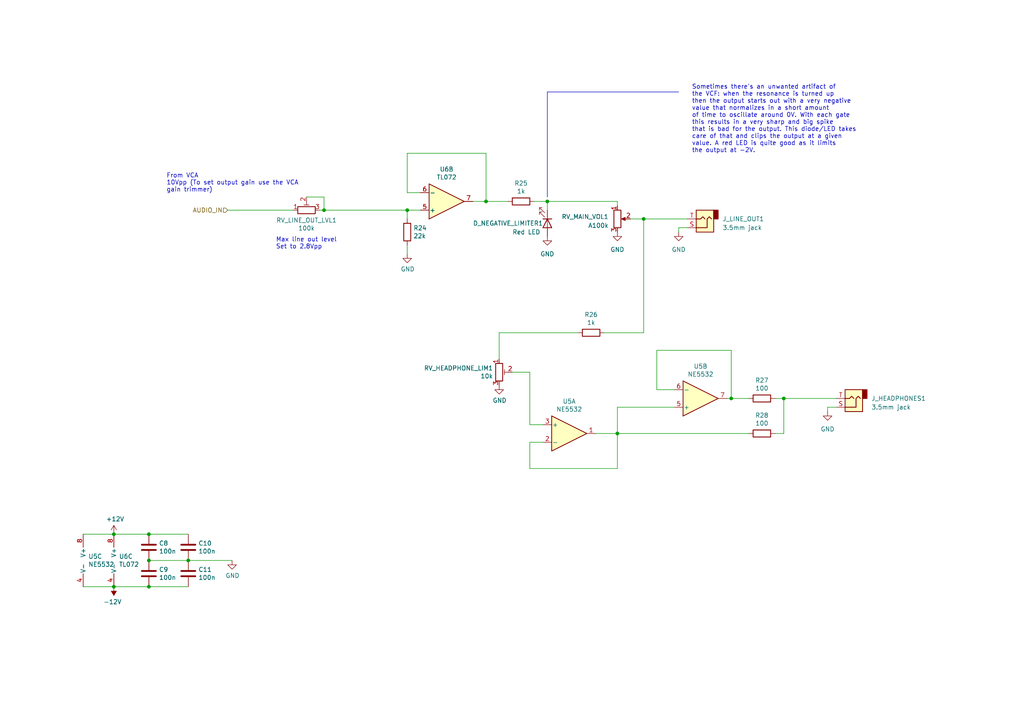
<source format=kicad_sch>
(kicad_sch (version 20230121) (generator eeschema)
  (paper "A4")
  (lib_symbols
    (symbol "Amplifier_Operational:NE5532" (pin_names (offset 0.127))
      (property "Reference" "U" (at 0 5.08 0))
      (property "Value" "NE5532" (at 0 -5.08 0))
      (symbol "NE5532_1_1"
        (polyline (pts (xy -5.08 5.08) (xy 5.08 0) (xy -5.08 -5.08) (xy -5.08 5.08)) (stroke (width 0.254)) (fill (type background)))
        (pin output line (at 7.62 0 180) (length 2.54) (name "~") (number "1"))
        (pin input line (at -7.62 -2.54 0) (length 2.54) (name "-") (number "2"))
        (pin input line (at -7.62 2.54 0) (length 2.54) (name "+") (number "3"))
      )
      (symbol "NE5532_2_1"
        (polyline (pts (xy -5.08 5.08) (xy 5.08 0) (xy -5.08 -5.08) (xy -5.08 5.08)) (stroke (width 0.254)) (fill (type background)))
        (pin input line (at -7.62 2.54 0) (length 2.54) (name "+") (number "5"))
        (pin input line (at -7.62 -2.54 0) (length 2.54) (name "-") (number "6"))
        (pin output line (at 7.62 0 180) (length 2.54) (name "~") (number "7"))
      )
      (symbol "NE5532_3_1"
        (pin power_in line (at -2.54 -7.62 90) (length 3.81) (name "V-") (number "4"))
        (pin power_in line (at -2.54 7.62 270) (length 3.81) (name "V+") (number "8"))
      )
    )
    (symbol "Amplifier_Operational:TL072" (pin_names (offset 0.127))
      (property "Reference" "U" (at 0 5.08 0))
      (property "Value" "TL072" (at 0 -5.08 0))
      (symbol "TL072_1_1"
        (polyline (pts (xy -5.08 5.08) (xy 5.08 0) (xy -5.08 -5.08) (xy -5.08 5.08)) (stroke (width 0.254)) (fill (type background)))
        (pin output line (at 7.62 0 180) (length 2.54) (name "~") (number "1"))
        (pin input line (at -7.62 -2.54 0) (length 2.54) (name "-") (number "2"))
        (pin input line (at -7.62 2.54 0) (length 2.54) (name "+") (number "3"))
      )
      (symbol "TL072_2_1"
        (polyline (pts (xy -5.08 5.08) (xy 5.08 0) (xy -5.08 -5.08) (xy -5.08 5.08)) (stroke (width 0.254)) (fill (type background)))
        (pin input line (at -7.62 2.54 0) (length 2.54) (name "+") (number "5"))
        (pin input line (at -7.62 -2.54 0) (length 2.54) (name "-") (number "6"))
        (pin output line (at 7.62 0 180) (length 2.54) (name "~") (number "7"))
      )
      (symbol "TL072_3_1"
        (pin power_in line (at -2.54 -7.62 90) (length 3.81) (name "V-") (number "4"))
        (pin power_in line (at -2.54 7.62 270) (length 3.81) (name "V+") (number "8"))
      )
    )
    (symbol "Connector_Audio:AudioJack2"
      (property "Reference" "J" (at 0 8.89 0))
      (property "Value" "AudioJack2" (at 0 6.35 0))
      (symbol "AudioJack2_0_1"
        (rectangle (start -3.81 0) (end -2.54 -2.54) (stroke (width 0.254)) (fill (type outline)))
        (rectangle (start -2.54 3.81) (end 2.54 -2.54) (stroke (width 0.254)) (fill (type background)))
        (polyline (pts (xy 0 0) (xy 0.635 -0.635) (xy 1.27 0) (xy 2.54 0)) (stroke (width 0.254)))
        (polyline (pts (xy 2.54 2.54) (xy -0.635 2.54) (xy -0.635 0) (xy -1.27 -0.635) (xy -1.905 0)) (stroke (width 0.254)))
      )
      (symbol "AudioJack2_1_1"
        (pin passive line (at 5.08 2.54 180) (length 2.54) (name "~") (number "S"))
        (pin passive line (at 5.08 0 180) (length 2.54) (name "~") (number "T"))
      )
    )
    (symbol "Device:C" (pin_numbers hide) (pin_names (offset 0.254))
      (property "Reference" "C" (at 0.635 2.54 0))
      (property "Value" "C" (at 0.635 -2.54 0))
      (symbol "C_0_1"
        (polyline (pts (xy -2.032 -0.762) (xy 2.032 -0.762)) (stroke (width 0.508)))
        (polyline (pts (xy -2.032 0.762) (xy 2.032 0.762)) (stroke (width 0.508)))
      )
      (symbol "C_1_1"
        (pin passive line (at 0 3.81 270) (length 2.794) (name "~") (number "1"))
        (pin passive line (at 0 -3.81 90) (length 2.794) (name "~") (number "2"))
      )
    )
    (symbol "Device:LED" (pin_numbers hide) (pin_names (offset 1.016) hide)
      (property "Reference" "D" (at 0 2.54 0))
      (property "Value" "LED" (at 0 -2.54 0))
      (symbol "LED_0_1"
        (polyline (pts (xy -1.27 -1.27) (xy -1.27 1.27)) (stroke (width 0.254)))
        (polyline (pts (xy -1.27 0) (xy 1.27 0)))
        (polyline (pts (xy 1.27 -1.27) (xy 1.27 1.27) (xy -1.27 0) (xy 1.27 -1.27)) (stroke (width 0.254)))
        (polyline (pts (xy -3.048 -0.762) (xy -4.572 -2.286) (xy -3.81 -2.286) (xy -4.572 -2.286) (xy -4.572 -1.524)))
        (polyline (pts (xy -1.778 -0.762) (xy -3.302 -2.286) (xy -2.54 -2.286) (xy -3.302 -2.286) (xy -3.302 -1.524)))
      )
      (symbol "LED_1_1"
        (pin passive line (at -3.81 0 0) (length 2.54) (name "K") (number "1"))
        (pin passive line (at 3.81 0 180) (length 2.54) (name "A") (number "2"))
      )
    )
    (symbol "Device:R" (pin_numbers hide) (pin_names (offset 0))
      (property "Reference" "R" (at 2.032 0 90))
      (property "Value" "R" (at 0 0 90))
      (symbol "R_0_1"
        (rectangle (start -1.016 -2.54) (end 1.016 2.54) (stroke (width 0.254)))
      )
      (symbol "R_1_1"
        (pin passive line (at 0 3.81 270) (length 1.27) (name "~") (number "1"))
        (pin passive line (at 0 -3.81 90) (length 1.27) (name "~") (number "2"))
      )
    )
    (symbol "Device:R_Potentiometer" (pin_names (offset 1.016) hide)
      (property "Reference" "RV" (at -4.445 0 90))
      (property "Value" "R_Potentiometer" (at -2.54 0 90))
      (symbol "R_Potentiometer_0_1"
        (polyline (pts (xy 2.54 0) (xy 1.524 0)))
        (polyline (pts (xy 1.143 0) (xy 2.286 0.508) (xy 2.286 -0.508) (xy 1.143 0)) (fill (type outline)))
        (rectangle (start 1.016 2.54) (end -1.016 -2.54) (stroke (width 0.254)))
      )
      (symbol "R_Potentiometer_1_1"
        (pin passive line (at 0 3.81 270) (length 1.27) (name "1") (number "1"))
        (pin passive line (at 3.81 0 180) (length 1.27) (name "2") (number "2"))
        (pin passive line (at 0 -3.81 90) (length 1.27) (name "3") (number "3"))
      )
    )
    (symbol "Device:R_Potentiometer_Trim" (pin_names (offset 1.016) hide)
      (property "Reference" "RV" (at -4.445 0 90))
      (property "Value" "R_Potentiometer_Trim" (at -2.54 0 90))
      (symbol "R_Potentiometer_Trim_0_1"
        (polyline (pts (xy 1.524 0.762) (xy 1.524 -0.762)))
        (polyline (pts (xy 2.54 0) (xy 1.524 0)))
        (rectangle (start 1.016 2.54) (end -1.016 -2.54) (stroke (width 0.254)))
      )
      (symbol "R_Potentiometer_Trim_1_1"
        (pin passive line (at 0 3.81 270) (length 1.27) (name "1") (number "1"))
        (pin passive line (at 3.81 0 180) (length 1.27) (name "2") (number "2"))
        (pin passive line (at 0 -3.81 90) (length 1.27) (name "3") (number "3"))
      )
    )
    (symbol "GND_1" (power) (pin_names (offset 0))
      (property "Value" "GND_1" (at 0 -3.81 0))
      (symbol "GND_1_0_1"
        (polyline (pts (xy 0 0) (xy 0 -1.27) (xy 1.27 -1.27) (xy 0 -2.54) (xy -1.27 -1.27) (xy 0 -1.27)))
      )
      (symbol "GND_1_1_1"
        (pin power_in line (at 0 0 270) (length 0) hide (name "GND") (number "1"))
      )
    )
    (symbol "GND_2" (power) (pin_names (offset 0))
      (property "Value" "GND_2" (at 0 -3.81 0))
      (symbol "GND_2_0_1"
        (polyline (pts (xy 0 0) (xy 0 -1.27) (xy 1.27 -1.27) (xy 0 -2.54) (xy -1.27 -1.27) (xy 0 -1.27)))
      )
      (symbol "GND_2_1_1"
        (pin power_in line (at 0 0 270) (length 0) hide (name "GND") (number "1"))
      )
    )
    (symbol "power:+12V" (power) (pin_names (offset 0))
      (property "Value" "+12V" (at 0 3.556 0))
      (symbol "+12V_0_1"
        (polyline (pts (xy -0.762 1.27) (xy 0 2.54)))
        (polyline (pts (xy 0 0) (xy 0 2.54)))
        (polyline (pts (xy 0 2.54) (xy 0.762 1.27)))
      )
      (symbol "+12V_1_1"
        (pin power_in line (at 0 0 90) (length 0) hide (name "+12V") (number "1"))
      )
    )
    (symbol "power:-12V" (power) (pin_names (offset 0))
      (property "Value" "-12V" (at 0 3.81 0))
      (symbol "-12V_0_0"
        (pin power_in line (at 0 0 90) (length 0) hide (name "-12V") (number "1"))
      )
      (symbol "-12V_0_1"
        (polyline (pts (xy 0 0) (xy 0 1.27) (xy 0.762 1.27) (xy 0 2.54) (xy -0.762 1.27) (xy 0 1.27)) (fill (type outline)))
      )
    )
    (symbol "power:GND" (power) (pin_names (offset 0))
      (property "Value" "GND" (at 0 -3.81 0))
      (symbol "GND_0_1"
        (polyline (pts (xy 0 0) (xy 0 -1.27) (xy 1.27 -1.27) (xy 0 -2.54) (xy -1.27 -1.27) (xy 0 -1.27)))
      )
      (symbol "GND_1_1"
        (pin power_in line (at 0 0 270) (length 0) hide (name "GND") (number "1"))
      )
    )
  )
  (junction (at 140.97 58.42))
  (junction (at 43.18 162.56))
  (junction (at 227.33 115.57))
  (junction (at 158.75 58.42))
  (junction (at 212.09 115.57))
  (junction (at 43.18 170.18))
  (junction (at 33.02 170.18))
  (junction (at 43.18 154.94))
  (junction (at 54.61 162.56))
  (junction (at 33.02 154.94))
  (junction (at 179.07 125.73))
  (junction (at 186.69 63.5))
  (junction (at 93.98 60.96))
  (junction (at 118.11 60.96))
  (wire (pts (xy 212.09 101.6) (xy 212.09 115.57)))
  (wire (pts (xy 137.16 58.42) (xy 140.97 58.42)))
  (wire (pts (xy 190.5 101.6) (xy 212.09 101.6)))
  (wire (pts (xy 153.67 128.27) (xy 153.67 135.89)))
  (wire (pts (xy 43.18 170.18) (xy 33.02 170.18)))
  (wire (pts (xy 227.33 115.57) (xy 242.57 115.57)))
  (wire (pts (xy 227.33 115.57) (xy 227.33 125.73)))
  (wire (pts (xy 186.69 63.5) (xy 199.39 63.5)))
  (wire (pts (xy 182.88 63.5) (xy 186.69 63.5)))
  (wire (pts (xy 217.17 125.73) (xy 179.07 125.73)))
  (wire (pts (xy 224.79 125.73) (xy 227.33 125.73)))
  (wire (pts (xy 158.75 58.42) (xy 179.07 58.42)))
  (wire (pts (xy 118.11 44.45) (xy 140.97 44.45)))
  (wire (pts (xy 93.98 57.15) (xy 93.98 60.96)))
  (wire (pts (xy 144.78 96.52) (xy 144.78 104.14)))
  (wire (pts (xy 153.67 107.95) (xy 153.67 123.19)))
  (wire (pts (xy 121.92 60.96) (xy 118.11 60.96)))
  (wire (pts (xy 157.48 123.19) (xy 153.67 123.19)))
  (wire (pts (xy 157.48 128.27) (xy 153.67 128.27)))
  (polyline (pts (xy 196.85 26.67) (xy 158.75 26.67)))
  (wire (pts (xy 140.97 44.45) (xy 140.97 58.42)))
  (wire (pts (xy 118.11 60.96) (xy 118.11 63.5)))
  (wire (pts (xy 224.79 115.57) (xy 227.33 115.57)))
  (wire (pts (xy 92.71 60.96) (xy 93.98 60.96)))
  (wire (pts (xy 179.07 118.11) (xy 179.07 125.73)))
  (wire (pts (xy 148.59 107.95) (xy 153.67 107.95)))
  (wire (pts (xy 153.67 135.89) (xy 179.07 135.89)))
  (polyline (pts (xy 158.75 26.67) (xy 158.75 57.15)))
  (wire (pts (xy 54.61 154.94) (xy 43.18 154.94)))
  (wire (pts (xy 33.02 154.94) (xy 24.13 154.94)))
  (wire (pts (xy 66.04 60.96) (xy 85.09 60.96)))
  (wire (pts (xy 186.69 63.5) (xy 186.69 96.52)))
  (wire (pts (xy 54.61 162.56) (xy 43.18 162.56)))
  (wire (pts (xy 217.17 115.57) (xy 212.09 115.57)))
  (wire (pts (xy 158.75 58.42) (xy 154.94 58.42)))
  (wire (pts (xy 118.11 55.88) (xy 121.92 55.88)))
  (wire (pts (xy 24.13 170.18) (xy 33.02 170.18)))
  (wire (pts (xy 88.9 57.15) (xy 93.98 57.15)))
  (wire (pts (xy 93.98 60.96) (xy 118.11 60.96)))
  (wire (pts (xy 43.18 154.94) (xy 33.02 154.94)))
  (wire (pts (xy 240.03 118.11) (xy 240.03 119.38)))
  (wire (pts (xy 144.78 96.52) (xy 167.64 96.52)))
  (wire (pts (xy 212.09 115.57) (xy 210.82 115.57)))
  (wire (pts (xy 54.61 162.56) (xy 67.31 162.56)))
  (wire (pts (xy 179.07 125.73) (xy 172.72 125.73)))
  (wire (pts (xy 118.11 55.88) (xy 118.11 44.45)))
  (wire (pts (xy 179.07 58.42) (xy 179.07 59.69)))
  (wire (pts (xy 190.5 113.03) (xy 190.5 101.6)))
  (wire (pts (xy 158.75 58.42) (xy 158.75 60.96)))
  (wire (pts (xy 43.18 170.18) (xy 54.61 170.18)))
  (wire (pts (xy 195.58 118.11) (xy 179.07 118.11)))
  (wire (pts (xy 242.57 118.11) (xy 240.03 118.11)))
  (wire (pts (xy 199.39 66.04) (xy 196.85 66.04)))
  (wire (pts (xy 175.26 96.52) (xy 186.69 96.52)))
  (wire (pts (xy 196.85 66.04) (xy 196.85 67.31)))
  (wire (pts (xy 195.58 113.03) (xy 190.5 113.03)))
  (wire (pts (xy 118.11 71.12) (xy 118.11 73.66)))
  (wire (pts (xy 179.07 135.89) (xy 179.07 125.73)))
  (wire (pts (xy 147.32 58.42) (xy 140.97 58.42)))
  (text "Sometimes there's an unwanted artifact of \nthe VCF: when the resonance is turned up\nthen the output starts out with a very negative\nvalue that normalizes in a short amount\nof time to oscillate around 0V. With each gate\nthis results in a very sharp and big spike\nthat is bad for the output. This diode/LED takes\ncare of that and clips the output at a given \nvalue. A red LED is quite good as it limits\nthe output at -2V." (at 200.66 44.45 0) (effects (font (size 1.27 1.27)) (justify left bottom)))
  (text "Max line out level\nSet to 2.8Vpp" (at 80.01 72.39 0) (effects (font (size 1.27 1.27)) (justify left bottom)))
  (text "From VCA\n10Vpp (To set output gain use the VCA \ngain trimmer)" (at 48.26 55.88 0) (effects (font (size 1.27 1.27)) (justify left bottom)))
  (hierarchical_label "AUDIO_IN" (shape input) (at 66.04 60.96 180))
  (symbol (lib_id "Device:R") (at 151.13 58.42 270) (unit 1)
    (property "Reference" "R25" (at 151.13 53.1622 90))
    (property "Value" "1k" (at 151.13 55.4736 90))
    (property "Footprint" "Shmoergh_Custom_Footprints:R_Axial_DIN0207_L6.3mm_D2.5mm_P7.62mm_Horizontal" (effects hide))
    (instances (project "shmoergh-funk-live-control" (path "" (reference "R25") (unit 1))) (project "hog-f1-control" (path "" (reference "R?") (unit 1))))
  )
  (symbol (lib_id "Amplifier_Operational:TL072") (at 35.56 162.56 0) (unit 3)
    (property "Reference" "U6" (at 34.4932 161.3916 0) (effects (justify left)))
    (property "Value" "TL072" (at 34.4932 163.703 0) (effects (justify left)))
    (property "Footprint" "Package_DIP:DIP-8_W7.62mm" (effects hide))
    (property "Datasheet" "http://www.ti.com/lit/ds/symlink/tl071.pdf" (effects hide))
    (instances (project "shmoergh-funk-live-control" (path "" (reference "U6") (unit 3))) (project "hog-f1-control" (path "" (reference "U?") (unit 3))))
  )
  (symbol (lib_id "Device:R") (at 118.11 67.31 0) (unit 1)
    (property "Reference" "R24" (at 119.888 66.1416 0) (effects (justify left)))
    (property "Value" "22k" (at 119.888 68.453 0) (effects (justify left)))
    (property "Footprint" "Shmoergh_Custom_Footprints:R_Axial_DIN0207_L6.3mm_D2.5mm_P7.62mm_Horizontal" (effects hide))
    (instances (project "shmoergh-funk-live-control" (path "" (reference "R24") (unit 1))) (project "hog-f1-control" (path "" (reference "R?") (unit 1))))
  )
  (symbol (lib_id "Connector_Audio:AudioJack2") (at 204.47 63.5 180) (unit 1)
    (property "Reference" "J_LINE_OUT1" (at 209.55 63.5 0) (effects (justify right)))
    (property "Value" "3.5mm jack" (at 209.55 66.04 0) (effects (justify right)))
    (property "Footprint" "Shmoergh_Custom_Footprints:NSL25_01x02_Vertical-AudioJack-TS" (effects hide))
  )
  (symbol (lib_id "Device:R") (at 220.98 115.57 270) (unit 1)
    (property "Reference" "R27" (at 220.98 110.3122 90))
    (property "Value" "100" (at 220.98 112.6236 90))
    (property "Footprint" "Shmoergh_Custom_Footprints:R_Axial_DIN0207_L6.3mm_D2.5mm_P7.62mm_Horizontal" (effects hide))
    (instances (project "shmoergh-funk-live-control" (path "" (reference "R27") (unit 1))) (project "hog-f1-control" (path "" (reference "R?") (unit 1))))
  )
  (symbol (lib_id "Amplifier_Operational:NE5532") (at 203.2 115.57 0) (mirror x) (unit 2)
    (property "Reference" "U5" (at 203.2 106.2482 0))
    (property "Value" "NE5532" (at 203.2 108.5596 0))
    (property "Footprint" "Package_DIP:DIP-8_W7.62mm" (effects hide))
    (property "Datasheet" "http://www.ti.com/lit/ds/symlink/ne5532.pdf" (effects hide))
    (instances (project "shmoergh-funk-live-control" (path "" (reference "U5") (unit 2))) (project "hog-f1-control" (path "" (reference "U?") (unit 2))))
  )
  (symbol (lib_id "Device:R_Potentiometer") (at 179.07 63.5 0) (unit 1)
    (property "Reference" "RV_MAIN_VOL1" (at 176.53 62.865 0) (effects (justify right)))
    (property "Value" "A100k" (at 176.53 65.405 0) (effects (justify right)))
    (property "Footprint" "Shmoergh_Custom_Footprints:NSL25_01x03_Vertical" (effects hide))
  )
  (symbol (lib_id "Device:R") (at 220.98 125.73 270) (unit 1)
    (property "Reference" "R28" (at 220.98 120.4722 90))
    (property "Value" "100" (at 220.98 122.7836 90))
    (property "Footprint" "Shmoergh_Custom_Footprints:R_Axial_DIN0207_L6.3mm_D2.5mm_P7.62mm_Horizontal" (effects hide))
    (instances (project "shmoergh-funk-live-control" (path "" (reference "R28") (unit 1))) (project "hog-f1-control" (path "" (reference "R?") (unit 1))))
  )
  (symbol (lib_id "Connector_Audio:AudioJack2") (at 247.65 115.57 180) (unit 1)
    (property "Reference" "J_HEADPHONES1" (at 252.73 115.57 0) (effects (justify right)))
    (property "Value" "3.5mm jack" (at 252.73 118.11 0) (effects (justify right)))
    (property "Footprint" "Shmoergh_Custom_Footprints:NSL25_01x02_Vertical-AudioJack-TS" (effects hide))
  )
  (symbol (lib_name "GND_1") (lib_id "power:GND") (at 240.03 119.38 0) (unit 1)
    (property "Reference" "#PWR032" (effects hide))
    (property "Value" "GND" (at 240.03 124.46 0))
  )
  (symbol (lib_id "power:GND") (at 158.75 68.58 0) (unit 1)
    (property "Reference" "#PWR029" (effects hide))
    (property "Value" "GND" (at 158.75 73.66 0))
    (instances (project "shmoergh-funk-live-control" (path "" (reference "#PWR029") (unit 1))) (project "hog-f1-control" (path "" (reference "#PWR?") (unit 1))))
  )
  (symbol (lib_id "Device:C") (at 54.61 166.37 0) (unit 1)
    (property "Reference" "C11" (at 57.531 165.2016 0) (effects (justify left)))
    (property "Value" "100n" (at 57.531 167.513 0) (effects (justify left)))
    (property "Footprint" "Capacitor_THT:C_Disc_D3.0mm_W2.0mm_P2.50mm" (effects hide))
    (instances (project "shmoergh-funk-live-control" (path "" (reference "C11") (unit 1))) (project "hog-f1-control" (path "" (reference "C?") (unit 1))))
  )
  (symbol (lib_id "Device:R_Potentiometer_Trim") (at 88.9 60.96 90) (unit 1)
    (property "Reference" "RV_LINE_OUT_LVL1" (at 88.9 63.881 90))
    (property "Value" "100k" (at 88.9 66.1924 90))
    (property "Footprint" "Potentiometer_THT:Potentiometer_Runtron_RM-065_Vertical" (effects hide))
    (instances (project "shmoergh-funk-live-control" (path "" (reference "RV_LINE_OUT_LVL1") (unit 1))) (project "hog-f1-control" (path "" (reference "RV_LINE_OUT_LVL?") (unit 1))))
  )
  (symbol (lib_id "Device:LED") (at 158.75 64.77 270) (unit 1)
    (property "Reference" "D_NEGATIVE_LIMITER1" (at 137.16 64.77 90) (effects (justify left)))
    (property "Value" "Red LED" (at 148.59 67.31 90) (effects (justify left)))
    (property "Footprint" "LED_THT:LED_D5.0mm" (effects hide))
    (instances (project "shmoergh-funk-live-control" (path "" (reference "D_NEGATIVE_LIMITER1") (unit 1))) (project "hog-f1-control" (path "" (reference "D_NEGATIVE_LIMITER?") (unit 1))))
  )
  (symbol (lib_id "Device:R") (at 171.45 96.52 270) (unit 1)
    (property "Reference" "R26" (at 171.45 91.2622 90))
    (property "Value" "1k" (at 171.45 93.5736 90))
    (property "Footprint" "Shmoergh_Custom_Footprints:R_Axial_DIN0207_L6.3mm_D2.5mm_P7.62mm_Horizontal" (effects hide))
    (instances (project "shmoergh-funk-live-control" (path "" (reference "R26") (unit 1))) (project "hog-f1-control" (path "" (reference "R?") (unit 1))))
  )
  (symbol (lib_id "Device:C") (at 43.18 166.37 0) (unit 1)
    (property "Reference" "C9" (at 46.101 165.2016 0) (effects (justify left)))
    (property "Value" "100n" (at 46.101 167.513 0) (effects (justify left)))
    (property "Footprint" "Capacitor_THT:C_Disc_D3.0mm_W2.0mm_P2.50mm" (effects hide))
    (instances (project "shmoergh-funk-live-control" (path "" (reference "C9") (unit 1))) (project "hog-f1-control" (path "" (reference "C?") (unit 1))))
  )
  (symbol (lib_id "Amplifier_Operational:TL072") (at 129.54 58.42 0) (mirror x) (unit 2)
    (property "Reference" "U6" (at 129.54 49.0982 0))
    (property "Value" "TL072" (at 129.54 51.4096 0))
    (property "Footprint" "Package_DIP:DIP-8_W7.62mm" (effects hide))
    (property "Datasheet" "http://www.ti.com/lit/ds/symlink/tl071.pdf" (effects hide))
    (instances (project "shmoergh-funk-live-control" (path "" (reference "U6") (unit 2))) (project "hog-f1-control" (path "" (reference "U?") (unit 2))))
  )
  (symbol (lib_name "GND_1") (lib_id "power:GND") (at 196.85 67.31 0) (unit 1)
    (property "Reference" "#PWR031" (effects hide))
    (property "Value" "GND" (at 196.85 72.39 0))
  )
  (symbol (lib_id "Device:C") (at 54.61 158.75 0) (unit 1)
    (property "Reference" "C10" (at 57.531 157.5816 0) (effects (justify left)))
    (property "Value" "100n" (at 57.531 159.893 0) (effects (justify left)))
    (property "Footprint" "Capacitor_THT:C_Disc_D3.0mm_W2.0mm_P2.50mm" (effects hide))
    (instances (project "shmoergh-funk-live-control" (path "" (reference "C10") (unit 1))) (project "hog-f1-control" (path "" (reference "C?") (unit 1))))
  )
  (symbol (lib_id "power:+12V") (at 33.02 154.94 0) (unit 1)
    (property "Reference" "#PWR023" (effects hide))
    (property "Value" "+12V" (at 33.401 150.5458 0))
    (instances (project "shmoergh-funk-live-control" (path "" (reference "#PWR023") (unit 1))) (project "hog-f1-control" (path "" (reference "#PWR?") (unit 1))))
  )
  (symbol (lib_id "power:GND") (at 144.78 111.76 0) (unit 1)
    (property "Reference" "#PWR028" (effects hide))
    (property "Value" "GND" (at 144.907 116.1542 0))
    (instances (project "shmoergh-funk-live-control" (path "" (reference "#PWR028") (unit 1))) (project "hog-f1-control" (path "" (reference "#PWR?") (unit 1))))
  )
  (symbol (lib_id "Device:C") (at 43.18 158.75 0) (unit 1)
    (property "Reference" "C8" (at 46.101 157.5816 0) (effects (justify left)))
    (property "Value" "100n" (at 46.101 159.893 0) (effects (justify left)))
    (property "Footprint" "Capacitor_THT:C_Disc_D3.0mm_W2.0mm_P2.50mm" (effects hide))
    (instances (project "shmoergh-funk-live-control" (path "" (reference "C8") (unit 1))) (project "hog-f1-control" (path "" (reference "C?") (unit 1))))
  )
  (symbol (lib_id "Device:R_Potentiometer_Trim") (at 144.78 107.95 0) (unit 1)
    (property "Reference" "RV_HEADPHONE_LIM1" (at 143.002 106.7816 0) (effects (justify right)))
    (property "Value" "10k" (at 143.002 109.093 0) (effects (justify right)))
    (property "Footprint" "Potentiometer_THT:Potentiometer_Runtron_RM-065_Vertical" (effects hide))
    (instances (project "shmoergh-funk-live-control" (path "" (reference "RV_HEADPHONE_LIM1") (unit 1))) (project "hog-f1-control" (path "" (reference "RV_HEADPHONE_LIM?") (unit 1))))
  )
  (symbol (lib_id "Amplifier_Operational:NE5532") (at 26.67 162.56 0) (unit 3)
    (property "Reference" "U5" (at 25.6032 161.3916 0) (effects (justify left)))
    (property "Value" "NE5532" (at 25.6032 163.703 0) (effects (justify left)))
    (property "Footprint" "Package_DIP:DIP-8_W7.62mm" (effects hide))
    (property "Datasheet" "http://www.ti.com/lit/ds/symlink/ne5532.pdf" (effects hide))
    (instances (project "shmoergh-funk-live-control" (path "" (reference "U5") (unit 3))) (project "hog-f1-control" (path "" (reference "U?") (unit 3))))
  )
  (symbol (lib_id "power:GND") (at 67.31 162.56 0) (unit 1)
    (property "Reference" "#PWR025" (effects hide))
    (property "Value" "GND" (at 67.437 166.9542 0))
    (instances (project "shmoergh-funk-live-control" (path "" (reference "#PWR025") (unit 1))) (project "hog-f1-control" (path "" (reference "#PWR?") (unit 1))))
  )
  (symbol (lib_id "power:GND") (at 118.11 73.66 0) (unit 1)
    (property "Reference" "#PWR027" (effects hide))
    (property "Value" "GND" (at 118.237 78.0542 0))
    (instances (project "shmoergh-funk-live-control" (path "" (reference "#PWR027") (unit 1))) (project "hog-f1-control" (path "" (reference "#PWR?") (unit 1))))
  )
  (symbol (lib_id "power:-12V") (at 33.02 170.18 180) (unit 1)
    (property "Reference" "#PWR024" (effects hide))
    (property "Value" "-12V" (at 32.639 174.5742 0))
    (instances (project "shmoergh-funk-live-control" (path "" (reference "#PWR024") (unit 1))) (project "hog-f1-control" (path "" (reference "#PWR?") (unit 1))))
  )
  (symbol (lib_id "Amplifier_Operational:NE5532") (at 165.1 125.73 0) (unit 1)
    (property "Reference" "U5" (at 165.1 116.4082 0))
    (property "Value" "NE5532" (at 165.1 118.7196 0))
    (property "Footprint" "Package_DIP:DIP-8_W7.62mm" (effects hide))
    (property "Datasheet" "http://www.ti.com/lit/ds/symlink/ne5532.pdf" (effects hide))
    (instances (project "shmoergh-funk-live-control" (path "" (reference "U5") (unit 1))) (project "hog-f1-control" (path "" (reference "U?") (unit 1))))
  )
  (symbol (lib_name "GND_2") (lib_id "power:GND") (at 179.07 67.31 0) (unit 1)
    (property "Reference" "#PWR030" (effects hide))
    (property "Value" "GND" (at 179.07 72.39 0))
  )
)
</source>
